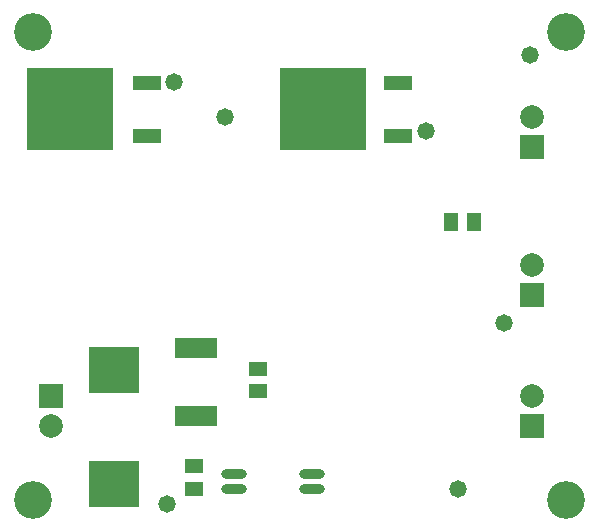
<source format=gts>
G04 Layer_Color=8388736*
%FSLAX25Y25*%
%MOIN*%
G70*
G01*
G75*
%ADD32R,0.29146X0.27572*%
%ADD33R,0.09461X0.04540*%
%ADD34R,0.16784X0.15800*%
%ADD35R,0.06115X0.04737*%
%ADD36R,0.14383X0.06509*%
%ADD37O,0.08674X0.03162*%
%ADD38R,0.04737X0.06115*%
%ADD39R,0.09658X0.04540*%
%ADD40C,0.07887*%
%ADD41R,0.07887X0.07887*%
%ADD42C,0.12611*%
%ADD43C,0.05800*%
D32*
X144488Y196850D02*
D03*
X60236D02*
D03*
D33*
X169685Y205827D02*
D03*
Y187874D02*
D03*
D34*
X74803Y109843D02*
D03*
Y72047D02*
D03*
D35*
X101575Y77953D02*
D03*
Y70472D02*
D03*
X122835Y102953D02*
D03*
Y110433D02*
D03*
D36*
X102362Y117224D02*
D03*
Y94587D02*
D03*
D37*
X140945Y70335D02*
D03*
Y75335D02*
D03*
X114961Y70335D02*
D03*
Y75335D02*
D03*
D38*
X187402Y159449D02*
D03*
X194882D02*
D03*
D39*
X85827Y187874D02*
D03*
Y205827D02*
D03*
D40*
X214173Y194252D02*
D03*
Y145158D02*
D03*
Y101181D02*
D03*
X53937Y91181D02*
D03*
D41*
X214173Y184252D02*
D03*
Y135158D02*
D03*
Y91181D02*
D03*
X53937Y101181D02*
D03*
D42*
X48031Y222835D02*
D03*
X225590D02*
D03*
Y66535D02*
D03*
X48031D02*
D03*
D43*
X92520Y65354D02*
D03*
X189764Y70472D02*
D03*
X111811Y194252D02*
D03*
X179134Y189764D02*
D03*
X205118Y125591D02*
D03*
X213779Y214961D02*
D03*
X94882Y205906D02*
D03*
M02*

</source>
